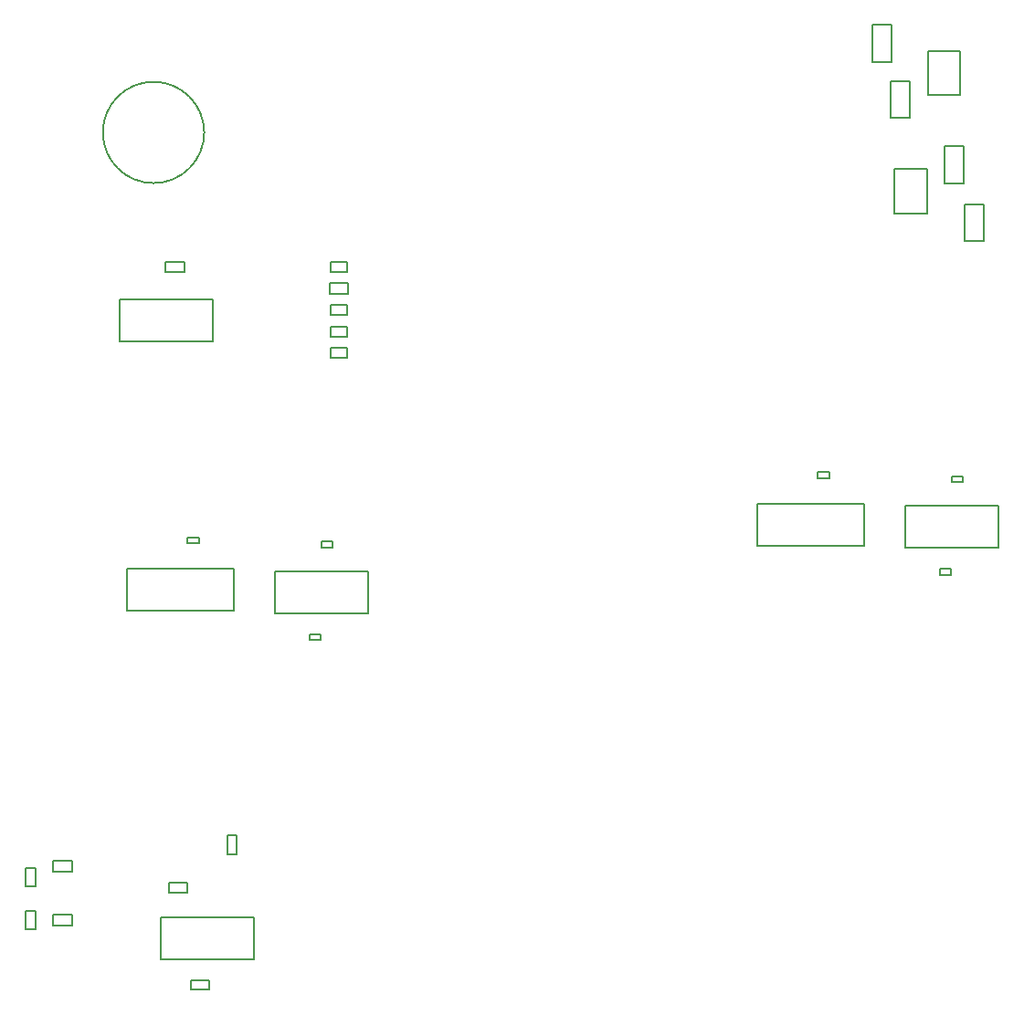
<source format=gbr>
%TF.GenerationSoftware,Altium Limited,Altium Designer,24.2.2 (26)*%
G04 Layer_Color=8388736*
%FSLAX45Y45*%
%MOMM*%
%TF.SameCoordinates,2C43E8B5-FC8E-40A2-A425-C8743FE8A27F*%
%TF.FilePolarity,Positive*%
%TF.FileFunction,Other,Top_3D_Body*%
%TF.Part,Single*%
G01*
G75*
%TA.AperFunction,NonConductor*%
%ADD119C,0.20000*%
%ADD121C,0.15000*%
D119*
X6955000Y4455000D02*
Y4625000D01*
X6865000Y4455000D02*
X6955000D01*
X6865000D02*
Y4625000D01*
X6955000D01*
X5252500Y3890000D02*
X5427500D01*
Y3790000D02*
Y3890000D01*
X5252500Y3790000D02*
X5427500D01*
X5252500D02*
Y3890000D01*
Y4290000D02*
X5427500D01*
X5252500D02*
Y4390000D01*
X5427500D01*
Y4290000D02*
Y4390000D01*
X5085000Y3755000D02*
Y3925000D01*
X4995000Y3755000D02*
X5085000D01*
X4995000D02*
Y3925000D01*
X5085000D01*
X4995000Y4155000D02*
Y4325000D01*
X5085000D01*
Y4155000D02*
Y4325000D01*
X4995000Y4155000D02*
X5085000D01*
X5867500Y9595001D02*
X6732500D01*
X5867500Y9205000D02*
Y9595001D01*
Y9205000D02*
X6732500D01*
Y9595001D01*
X5936021Y6708002D02*
Y7098003D01*
X6926021D01*
Y6708002D02*
Y7098003D01*
X5936021Y6708002D02*
X6926021D01*
X6495521Y7391503D02*
X6600521D01*
Y7336502D02*
Y7391503D01*
X6495521Y7336502D02*
X6600521D01*
X6495521D02*
Y7391503D01*
X8170521Y6689002D02*
Y7079003D01*
X7305521Y6689002D02*
X8170521D01*
X7305521D02*
Y7079003D01*
X8170521D01*
X7625521Y6436502D02*
X7730521D01*
X7625521D02*
Y6491503D01*
X7730521D01*
Y6436502D02*
Y6491503D01*
X7735521Y7351503D02*
X7840521D01*
Y7296503D02*
Y7351503D01*
X7735521Y7296503D02*
X7840521D01*
X7735521D02*
Y7351503D01*
X12337500Y7997500D02*
X12442500D01*
Y7942500D02*
Y7997500D01*
X12337500Y7942500D02*
X12442500D01*
X12337500D02*
Y7997500D01*
X14012500Y7295000D02*
Y7685000D01*
X13147501Y7295000D02*
X14012500D01*
X13147501D02*
Y7685000D01*
X14012500D01*
X13467500Y7042500D02*
X13572501D01*
X13467500D02*
Y7097500D01*
X13572501D01*
Y7042500D02*
Y7097500D01*
X11778001Y7314000D02*
Y7704000D01*
X12768001D01*
Y7314000D02*
Y7704000D01*
X11778001Y7314000D02*
X12768001D01*
X13577499Y7957500D02*
X13682500D01*
Y7902500D02*
Y7957500D01*
X13577499Y7902500D02*
X13682500D01*
X13577499D02*
Y7957500D01*
X6495000Y4095000D02*
Y4185000D01*
X6325000D02*
X6495000D01*
X6325000Y4095000D02*
Y4185000D01*
Y4095000D02*
X6495000D01*
X6695000Y3195000D02*
Y3285000D01*
X6525000D02*
X6695000D01*
X6525000Y3195000D02*
Y3285000D01*
Y3195000D02*
X6695000D01*
X6250500Y3866607D02*
X7115500D01*
X6250500Y3476606D02*
Y3866607D01*
Y3476606D02*
X7115500D01*
Y3866607D01*
X13044901Y10392950D02*
Y10807050D01*
Y10392950D02*
X13355099D01*
Y10807050D01*
X13044901D02*
X13355099D01*
X13660983Y11495551D02*
Y11899450D01*
X13360983D02*
X13660983D01*
X13360983Y11495551D02*
Y11899450D01*
Y11495551D02*
X13660983D01*
X13510001Y10677500D02*
X13689999D01*
Y11017500D01*
X13510001D02*
X13689999D01*
X13510001Y10677500D02*
Y11017500D01*
X13700000Y10142500D02*
X13880000D01*
Y10482500D01*
X13700000D02*
X13880000D01*
X13700000Y10142500D02*
Y10482500D01*
X12841978Y12143498D02*
X13021979D01*
X12841978Y11803498D02*
Y12143498D01*
Y11803498D02*
X13021979D01*
Y12143498D01*
X13010001Y11622500D02*
X13189999D01*
X13010001Y11282500D02*
Y11622500D01*
Y11282500D02*
X13189999D01*
Y11622500D01*
X6467500Y9852000D02*
Y9948000D01*
X6292500D02*
X6467500D01*
X6292500Y9852000D02*
Y9948000D01*
Y9852000D02*
X6467500D01*
X7980000Y9052500D02*
Y9147500D01*
X7820000D02*
X7980000D01*
X7820000Y9052500D02*
Y9147500D01*
Y9052500D02*
X7980000D01*
Y9452500D02*
Y9547500D01*
X7820000D02*
X7980000D01*
X7820000Y9452500D02*
Y9547500D01*
Y9452500D02*
X7980000D01*
X7979994Y9252511D02*
Y9347511D01*
X7819994D02*
X7979994D01*
X7819994Y9252511D02*
Y9347511D01*
Y9252511D02*
X7979994D01*
X7987500Y9652000D02*
Y9748000D01*
X7812500D02*
X7987500D01*
X7812500Y9652000D02*
Y9748000D01*
Y9652000D02*
X7987500D01*
X7980000Y9852500D02*
Y9947500D01*
X7820000D02*
X7980000D01*
X7820000Y9852500D02*
Y9947500D01*
Y9852500D02*
X7980000D01*
D121*
X6651900Y11147000D02*
G03*
X6651900Y11147000I-469900J0D01*
G01*
%TF.MD5,42cea23a903a02c9f9c48ec96b09b7c9*%
M02*

</source>
